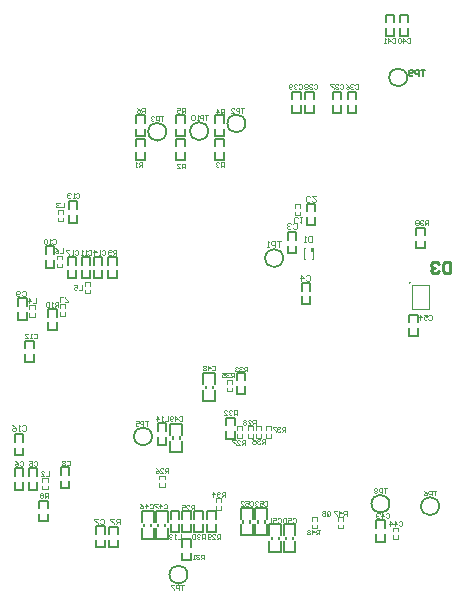
<source format=gbr>
%TF.GenerationSoftware,Altium Limited,Altium Designer,20.1.11 (218)*%
G04 Layer_Color=32896*
%FSLAX45Y45*%
%MOMM*%
%TF.SameCoordinates,A720D921-2E1A-4B1E-B03F-C1F3B01285F1*%
%TF.FilePolarity,Positive*%
%TF.FileFunction,Legend,Bot*%
%TF.Part,Single*%
G01*
G75*
%TA.AperFunction,NonConductor*%
%ADD53C,0.20000*%
%ADD66C,0.10000*%
%ADD82C,0.15000*%
%ADD83C,0.12500*%
%ADD84C,0.15240*%
%ADD85C,0.25400*%
%ADD86C,0.15400*%
%ADD87R,0.15001X0.10003*%
%ADD88R,0.15001X0.09997*%
%ADD89R,0.15001X0.35001*%
%ADD90R,0.12502X0.35001*%
D53*
X4613503Y2662998D02*
G03*
X4613503Y2662998I-5000J0D01*
G01*
X3499999Y490001D02*
Y510001D01*
X3439999Y490001D02*
Y510001D01*
X3199998Y630001D02*
Y650001D01*
X3259998Y630001D02*
Y650001D01*
X2360001Y599998D02*
Y619998D01*
X2420001Y599998D02*
Y619998D01*
X3560000Y490002D02*
Y510002D01*
X3620000Y490002D02*
Y510002D01*
X3380002Y629998D02*
Y649998D01*
X3320002Y629998D02*
Y649998D01*
X2879999Y1770002D02*
Y1790001D01*
X2939999Y1770002D02*
Y1790001D01*
X2540000Y600000D02*
Y620000D01*
X2480000Y600000D02*
Y620000D01*
X2659998Y1339999D02*
Y1359999D01*
X2599998Y1339999D02*
Y1359999D01*
D66*
X3852500Y567501D02*
G03*
X3852500Y567501I-5000J0D01*
G01*
X3710002Y2972999D02*
G03*
X3710002Y2972999I-5000J0D01*
G01*
X3715004Y2863000D02*
X3720002D01*
X3780002D02*
X3785001D01*
X3715004Y2952997D02*
X3720002D01*
X3780002D02*
X3785001D01*
Y2863000D02*
Y2952997D01*
X3715004Y2863000D02*
Y2952997D01*
X2003326Y2933329D02*
X2009990Y2939994D01*
X2023319D01*
X2029984Y2933329D01*
Y2906671D01*
X2023319Y2900007D01*
X2009990D01*
X2003326Y2906671D01*
X1989997Y2900007D02*
X1976668D01*
X1983332D01*
Y2939994D01*
X1989997Y2933329D01*
X1936681Y2900007D02*
Y2939994D01*
X1956674Y2920000D01*
X1930016D01*
X4406658Y703329D02*
X4413322Y709993D01*
X4426651D01*
X4433316Y703329D01*
Y676671D01*
X4426651Y670007D01*
X4413322D01*
X4406658Y676671D01*
X4373335Y670007D02*
Y709993D01*
X4393329Y690000D01*
X4366671D01*
X4353342Y703329D02*
X4346677Y709993D01*
X4333348D01*
X4326684Y703329D01*
Y696665D01*
X4333348Y690000D01*
X4340013D01*
X4333348D01*
X4326684Y683335D01*
Y676671D01*
X4333348Y670007D01*
X4346677D01*
X4353342Y676671D01*
X4586658Y4723329D02*
X4593322Y4729993D01*
X4606651D01*
X4613316Y4723329D01*
Y4696671D01*
X4606651Y4690006D01*
X4593322D01*
X4586658Y4696671D01*
X4553335Y4690006D02*
Y4729993D01*
X4573329Y4710000D01*
X4546671D01*
X4533342Y4723329D02*
X4526678Y4729993D01*
X4513348D01*
X4506684Y4723329D01*
Y4696671D01*
X4513348Y4690006D01*
X4526678D01*
X4533342Y4696671D01*
Y4723329D01*
X4459993Y4723329D02*
X4466658Y4729994D01*
X4479987D01*
X4486651Y4723329D01*
Y4696671D01*
X4479987Y4690007D01*
X4466658D01*
X4459993Y4696671D01*
X4426671Y4690007D02*
Y4729994D01*
X4446664Y4710000D01*
X4420006D01*
X4406677Y4690007D02*
X4393349D01*
X4400013D01*
Y4729994D01*
X4406677Y4723329D01*
X1553331Y1068501D02*
Y1028514D01*
X1526673D01*
X1486686D02*
X1513344D01*
X1486686Y1055172D01*
Y1061837D01*
X1493350Y1068501D01*
X1506679D01*
X1513344Y1061837D01*
X1583327Y3023329D02*
X1589992Y3029993D01*
X1603321D01*
X1609985Y3023329D01*
Y2996671D01*
X1603321Y2990006D01*
X1589992D01*
X1583327Y2996671D01*
X1569998Y2990006D02*
X1556669D01*
X1563334D01*
Y3029993D01*
X1569998Y3023329D01*
X1536676D02*
X1530011Y3029993D01*
X1516682D01*
X1510018Y3023329D01*
Y2996671D01*
X1516682Y2990006D01*
X1530011D01*
X1536676Y2996671D01*
Y3023329D01*
X2899977Y4079994D02*
X2873319D01*
X2886648D01*
Y4040007D01*
X2859990D02*
Y4079994D01*
X2839997D01*
X2833332Y4073329D01*
Y4060000D01*
X2839997Y4053336D01*
X2859990D01*
X2820003Y4040007D02*
X2806674D01*
X2813339D01*
Y4079994D01*
X2820003Y4073329D01*
X2786681D02*
X2780016Y4079994D01*
X2766687D01*
X2760023Y4073329D01*
Y4046671D01*
X2766687Y4040007D01*
X2780016D01*
X2786681Y4046671D01*
Y4073329D01*
X4413315Y919994D02*
X4386657D01*
X4399986D01*
Y880007D01*
X4373328D02*
Y919994D01*
X4353334D01*
X4346670Y913330D01*
Y900001D01*
X4353334Y893336D01*
X4373328D01*
X4333341Y913330D02*
X4326677Y919994D01*
X4313347D01*
X4306683Y913330D01*
Y906665D01*
X4313347Y900001D01*
X4306683Y893336D01*
Y886672D01*
X4313347Y880007D01*
X4326677D01*
X4333341Y886672D01*
Y893336D01*
X4326677Y900001D01*
X4333341Y906665D01*
Y913330D01*
X4326677Y900001D02*
X4313347D01*
X2693316Y99993D02*
X2666658D01*
X2679987D01*
Y60006D01*
X2653329D02*
Y99993D01*
X2633335D01*
X2626671Y93329D01*
Y80000D01*
X2633335Y73335D01*
X2653329D01*
X2613342Y99993D02*
X2586684D01*
Y93329D01*
X2613342Y66671D01*
Y60006D01*
X4833316Y899994D02*
X4806658D01*
X4819987D01*
Y860007D01*
X4793329D02*
Y899994D01*
X4773335D01*
X4766671Y893329D01*
Y880000D01*
X4773335Y873336D01*
X4793329D01*
X4726684Y899994D02*
X4740013Y893329D01*
X4753342Y880000D01*
Y866671D01*
X4746678Y860007D01*
X4733348D01*
X4726684Y866671D01*
Y873336D01*
X4733348Y880000D01*
X4753342D01*
X2393316Y1489994D02*
X2366658D01*
X2379987D01*
Y1450007D01*
X2353329D02*
Y1489994D01*
X2333335D01*
X2326671Y1483329D01*
Y1470000D01*
X2333335Y1463336D01*
X2353329D01*
X2286684Y1489994D02*
X2313342D01*
Y1470000D01*
X2300013Y1476665D01*
X2293348D01*
X2286684Y1470000D01*
Y1456671D01*
X2293348Y1450007D01*
X2306678D01*
X2313342Y1456671D01*
X2523316Y4069994D02*
X2496658D01*
X2509987D01*
Y4030007D01*
X2483329D02*
Y4069994D01*
X2463335D01*
X2456671Y4063329D01*
Y4050000D01*
X2463335Y4043336D01*
X2483329D01*
X2443342Y4063329D02*
X2436677Y4069994D01*
X2423348D01*
X2416684Y4063329D01*
Y4056665D01*
X2423348Y4050000D01*
X2430013D01*
X2423348D01*
X2416684Y4043336D01*
Y4036671D01*
X2423348Y4030007D01*
X2436677D01*
X2443342Y4036671D01*
X3203316Y4139993D02*
X3176658D01*
X3189987D01*
Y4100007D01*
X3163329D02*
Y4139993D01*
X3143335D01*
X3136671Y4133329D01*
Y4120000D01*
X3143335Y4113335D01*
X3163329D01*
X3096684Y4100007D02*
X3123342D01*
X3096684Y4126665D01*
Y4133329D01*
X3103348Y4139993D01*
X3116678D01*
X3123342Y4133329D01*
X3518314Y3014992D02*
X3484992D01*
X3501653D01*
Y2965008D01*
X3468330D02*
Y3014992D01*
X3443339D01*
X3435008Y3006661D01*
Y2990000D01*
X3443339Y2981669D01*
X3468330D01*
X3418347Y2965008D02*
X3401686D01*
X3410016D01*
Y3014992D01*
X3418347Y3006661D01*
X3843316Y530007D02*
Y569994D01*
X3823322D01*
X3816658Y563329D01*
Y550000D01*
X3823322Y543335D01*
X3843316D01*
X3829987D02*
X3816658Y530007D01*
X3783335D02*
Y569994D01*
X3803329Y550000D01*
X3776671D01*
X3763342Y563329D02*
X3756678Y569994D01*
X3743348D01*
X3736684Y563329D01*
Y556665D01*
X3743348Y550000D01*
X3736684Y543335D01*
Y536671D01*
X3743348Y530007D01*
X3756678D01*
X3763342Y536671D01*
Y543335D01*
X3756678Y550000D01*
X3763342Y556665D01*
Y563329D01*
X3756678Y550000D02*
X3743348D01*
X4073316Y690007D02*
Y729994D01*
X4053322D01*
X4046658Y723329D01*
Y710000D01*
X4053322Y703336D01*
X4073316D01*
X4059987D02*
X4046658Y690007D01*
X4013335D02*
Y729994D01*
X4033329Y710000D01*
X4006671D01*
X3993342Y729994D02*
X3966684D01*
Y723329D01*
X3993342Y696671D01*
Y690007D01*
X4763316Y3150007D02*
Y3189994D01*
X4743322D01*
X4736658Y3183329D01*
Y3170000D01*
X4743322Y3163336D01*
X4763316D01*
X4749987D02*
X4736658Y3150007D01*
X4723329Y3183329D02*
X4716664Y3189994D01*
X4703335D01*
X4696671Y3183329D01*
Y3176665D01*
X4703335Y3170000D01*
X4710000D01*
X4703335D01*
X4696671Y3163336D01*
Y3156671D01*
X4703335Y3150007D01*
X4716664D01*
X4723329Y3156671D01*
X4683342Y3183329D02*
X4676677Y3189994D01*
X4663348D01*
X4656684Y3183329D01*
Y3176665D01*
X4663348Y3170000D01*
X4656684Y3163336D01*
Y3156671D01*
X4663348Y3150007D01*
X4676677D01*
X4683342Y3156671D01*
Y3163336D01*
X4676677Y3170000D01*
X4683342Y3176665D01*
Y3183329D01*
X4676677Y3170000D02*
X4663348D01*
X3553316Y1400007D02*
Y1439994D01*
X3533322D01*
X3526658Y1433329D01*
Y1420000D01*
X3533322Y1413336D01*
X3553316D01*
X3539987D02*
X3526658Y1400007D01*
X3513329Y1433329D02*
X3506665Y1439994D01*
X3493335D01*
X3486671Y1433329D01*
Y1426665D01*
X3493335Y1420000D01*
X3500000D01*
X3493335D01*
X3486671Y1413336D01*
Y1406671D01*
X3493335Y1400007D01*
X3506665D01*
X3513329Y1406671D01*
X3473342Y1439994D02*
X3446684D01*
Y1433329D01*
X3473342Y1406671D01*
Y1400007D01*
X3383316Y1300007D02*
Y1339994D01*
X3363322D01*
X3356658Y1333329D01*
Y1320000D01*
X3363322Y1313335D01*
X3383316D01*
X3369987D02*
X3356658Y1300007D01*
X3343329Y1333329D02*
X3336664Y1339994D01*
X3323335D01*
X3316671Y1333329D01*
Y1326665D01*
X3323335Y1320000D01*
X3330000D01*
X3323335D01*
X3316671Y1313335D01*
Y1306671D01*
X3323335Y1300007D01*
X3336664D01*
X3343329Y1306671D01*
X3276684Y1339994D02*
X3290013Y1333329D01*
X3303342Y1320000D01*
Y1306671D01*
X3296677Y1300007D01*
X3283348D01*
X3276684Y1306671D01*
Y1313335D01*
X3283348Y1320000D01*
X3303342D01*
X3123316Y1860007D02*
Y1899994D01*
X3103322D01*
X3096658Y1893329D01*
Y1880000D01*
X3103322Y1873336D01*
X3123316D01*
X3109987D02*
X3096658Y1860007D01*
X3083329Y1893329D02*
X3076664Y1899994D01*
X3063335D01*
X3056671Y1893329D01*
Y1886665D01*
X3063335Y1880000D01*
X3070000D01*
X3063335D01*
X3056671Y1873336D01*
Y1866671D01*
X3063335Y1860007D01*
X3076664D01*
X3083329Y1866671D01*
X3016684Y1899994D02*
X3043342D01*
Y1880000D01*
X3030013Y1886665D01*
X3023348D01*
X3016684Y1880000D01*
Y1866671D01*
X3023348Y1860007D01*
X3036677D01*
X3043342Y1866671D01*
X3043316Y850007D02*
Y889994D01*
X3023322D01*
X3016658Y883329D01*
Y870000D01*
X3023322Y863336D01*
X3043316D01*
X3029987D02*
X3016658Y850007D01*
X3003329Y883329D02*
X2996665Y889994D01*
X2983335D01*
X2976671Y883329D01*
Y876665D01*
X2983335Y870000D01*
X2990000D01*
X2983335D01*
X2976671Y863336D01*
Y856671D01*
X2983335Y850007D01*
X2996665D01*
X3003329Y856671D01*
X2943348Y850007D02*
Y889994D01*
X2963342Y870000D01*
X2936684D01*
X3233316Y1910007D02*
Y1949994D01*
X3213322D01*
X3206658Y1943329D01*
Y1930000D01*
X3213322Y1923335D01*
X3233316D01*
X3219987D02*
X3206658Y1910007D01*
X3193329Y1943329D02*
X3186664Y1949994D01*
X3173335D01*
X3166671Y1943329D01*
Y1936665D01*
X3173335Y1930000D01*
X3180000D01*
X3173335D01*
X3166671Y1923335D01*
Y1916671D01*
X3173335Y1910007D01*
X3186664D01*
X3193329Y1916671D01*
X3153342Y1943329D02*
X3146677Y1949994D01*
X3133348D01*
X3126684Y1943329D01*
Y1936665D01*
X3133348Y1930000D01*
X3140013D01*
X3133348D01*
X3126684Y1923335D01*
Y1916671D01*
X3133348Y1910007D01*
X3146677D01*
X3153342Y1916671D01*
X3143316Y1540007D02*
Y1579994D01*
X3123322D01*
X3116658Y1573329D01*
Y1560000D01*
X3123322Y1553335D01*
X3143316D01*
X3129987D02*
X3116658Y1540007D01*
X3103329Y1573329D02*
X3096664Y1579994D01*
X3083335D01*
X3076671Y1573329D01*
Y1566665D01*
X3083335Y1560000D01*
X3090000D01*
X3083335D01*
X3076671Y1553335D01*
Y1546671D01*
X3083335Y1540007D01*
X3096664D01*
X3103329Y1546671D01*
X3036684Y1540007D02*
X3063342D01*
X3036684Y1566665D01*
Y1573329D01*
X3043348Y1579994D01*
X3056677D01*
X3063342Y1573329D01*
X2866651Y320007D02*
Y359994D01*
X2846658D01*
X2839993Y353329D01*
Y340000D01*
X2846658Y333336D01*
X2866651D01*
X2853322D02*
X2839993Y320007D01*
X2826664Y353329D02*
X2820000Y359994D01*
X2806671D01*
X2800006Y353329D01*
Y346665D01*
X2806671Y340000D01*
X2813335D01*
X2806671D01*
X2800006Y333336D01*
Y326671D01*
X2806671Y320007D01*
X2820000D01*
X2826664Y326671D01*
X2786677Y320007D02*
X2773349D01*
X2780013D01*
Y359994D01*
X2786677Y353329D01*
X2873316Y490007D02*
Y529994D01*
X2853322D01*
X2846658Y523329D01*
Y510000D01*
X2853322Y503336D01*
X2873316D01*
X2859987D02*
X2846658Y490007D01*
X2833329Y523329D02*
X2826664Y529994D01*
X2813335D01*
X2806671Y523329D01*
Y516665D01*
X2813335Y510000D01*
X2820000D01*
X2813335D01*
X2806671Y503336D01*
Y496671D01*
X2813335Y490007D01*
X2826664D01*
X2833329Y496671D01*
X2793342Y523329D02*
X2786677Y529994D01*
X2773348D01*
X2766684Y523329D01*
Y496671D01*
X2773348Y490007D01*
X2786677D01*
X2793342Y496671D01*
Y523329D01*
X3003316Y490007D02*
Y529994D01*
X2983322D01*
X2976658Y523329D01*
Y510000D01*
X2983322Y503336D01*
X3003316D01*
X2989987D02*
X2976658Y490007D01*
X2936671D02*
X2963329D01*
X2936671Y516665D01*
Y523329D01*
X2943335Y529994D01*
X2956664D01*
X2963329Y523329D01*
X2923342Y496671D02*
X2916677Y490007D01*
X2903348D01*
X2896684Y496671D01*
Y523329D01*
X2903348Y529994D01*
X2916677D01*
X2923342Y523329D01*
Y516665D01*
X2916677Y510000D01*
X2896684D01*
X3303316Y1460007D02*
Y1499994D01*
X3283322D01*
X3276658Y1493329D01*
Y1480000D01*
X3283322Y1473336D01*
X3303316D01*
X3289987D02*
X3276658Y1460007D01*
X3236671D02*
X3263329D01*
X3236671Y1486665D01*
Y1493329D01*
X3243335Y1499994D01*
X3256665D01*
X3263329Y1493329D01*
X3223342D02*
X3216678Y1499994D01*
X3203348D01*
X3196684Y1493329D01*
Y1486665D01*
X3203348Y1480000D01*
X3196684Y1473336D01*
Y1466671D01*
X3203348Y1460007D01*
X3216678D01*
X3223342Y1466671D01*
Y1473336D01*
X3216678Y1480000D01*
X3223342Y1486665D01*
Y1493329D01*
X3216678Y1480000D02*
X3203348D01*
X3213316Y1290007D02*
Y1329994D01*
X3193322D01*
X3186658Y1323329D01*
Y1310000D01*
X3193322Y1303335D01*
X3213316D01*
X3199987D02*
X3186658Y1290007D01*
X3146671D02*
X3173329D01*
X3146671Y1316665D01*
Y1323329D01*
X3153335Y1329994D01*
X3166664D01*
X3173329Y1323329D01*
X3133342Y1329994D02*
X3106684D01*
Y1323329D01*
X3133342Y1296671D01*
Y1290007D01*
X2563316Y1050007D02*
Y1089994D01*
X2543322D01*
X2536658Y1083329D01*
Y1070000D01*
X2543322Y1063335D01*
X2563316D01*
X2549987D02*
X2536658Y1050007D01*
X2496671D02*
X2523329D01*
X2496671Y1076665D01*
Y1083329D01*
X2503335Y1089994D01*
X2516665D01*
X2523329Y1083329D01*
X2456684Y1089994D02*
X2470013Y1083329D01*
X2483342Y1070000D01*
Y1056671D01*
X2476678Y1050007D01*
X2463348D01*
X2456684Y1056671D01*
Y1063335D01*
X2463348Y1070000D01*
X2483342D01*
X2783316Y740007D02*
Y779994D01*
X2763322D01*
X2756658Y773329D01*
Y760000D01*
X2763322Y753336D01*
X2783316D01*
X2769987D02*
X2756658Y740007D01*
X2716671D02*
X2743329D01*
X2716671Y766665D01*
Y773329D01*
X2723335Y779994D01*
X2736664D01*
X2743329Y773329D01*
X2676684Y779994D02*
X2703342D01*
Y760000D01*
X2690013Y766665D01*
X2683348D01*
X2676684Y760000D01*
Y746671D01*
X2683348Y740007D01*
X2696677D01*
X2703342Y746671D01*
X1629984Y2460007D02*
Y2499994D01*
X1609990D01*
X1603325Y2493329D01*
Y2480000D01*
X1609990Y2473336D01*
X1629984D01*
X1616655D02*
X1603325Y2460007D01*
X1589997D02*
X1576668D01*
X1583332D01*
Y2499994D01*
X1589997Y2493329D01*
X1556674D02*
X1550010Y2499994D01*
X1536680D01*
X1530016Y2493329D01*
Y2466671D01*
X1536680Y2460007D01*
X1550010D01*
X1556674Y2466671D01*
Y2493329D01*
X2123325Y2900007D02*
Y2939994D01*
X2103331D01*
X2096667Y2933330D01*
Y2920001D01*
X2103331Y2913336D01*
X2123325D01*
X2109996D02*
X2096667Y2900007D01*
X2083338Y2906672D02*
X2076673Y2900007D01*
X2063344D01*
X2056680Y2906672D01*
Y2933330D01*
X2063344Y2939994D01*
X2076673D01*
X2083338Y2933330D01*
Y2926665D01*
X2076673Y2920001D01*
X2056680D01*
X1543323Y840007D02*
Y879994D01*
X1523329D01*
X1516664Y873329D01*
Y860000D01*
X1523329Y853336D01*
X1543323D01*
X1529994D02*
X1516664Y840007D01*
X1503336Y873329D02*
X1496671Y879994D01*
X1483342D01*
X1476678Y873329D01*
Y866665D01*
X1483342Y860000D01*
X1476678Y853336D01*
Y846671D01*
X1483342Y840007D01*
X1496671D01*
X1503336Y846671D01*
Y853336D01*
X1496671Y860000D01*
X1503336Y866665D01*
Y873329D01*
X1496671Y860000D02*
X1483342D01*
X2151653Y615008D02*
Y664992D01*
X2126661D01*
X2118331Y656661D01*
Y640000D01*
X2126661Y631669D01*
X2151653D01*
X2134992D02*
X2118331Y615008D01*
X2101669Y664992D02*
X2068347D01*
Y656661D01*
X2101669Y623339D01*
Y615008D01*
X2363322Y4100007D02*
Y4139993D01*
X2343329D01*
X2336664Y4133329D01*
Y4120000D01*
X2343329Y4113335D01*
X2363322D01*
X2349994D02*
X2336664Y4100007D01*
X2296677Y4139993D02*
X2310007Y4133329D01*
X2323335Y4120000D01*
Y4106671D01*
X2316671Y4100007D01*
X2303342D01*
X2296677Y4106671D01*
Y4113335D01*
X2303342Y4120000D01*
X2323335D01*
X2703323Y4100007D02*
Y4139993D01*
X2683329D01*
X2676664Y4133329D01*
Y4120000D01*
X2683329Y4113335D01*
X2703323D01*
X2689994D02*
X2676664Y4100007D01*
X2636677Y4139993D02*
X2663336D01*
Y4120000D01*
X2650007Y4126665D01*
X2643342D01*
X2636677Y4120000D01*
Y4106671D01*
X2643342Y4100007D01*
X2656671D01*
X2663336Y4106671D01*
X3033323Y4090007D02*
Y4129994D01*
X3013329D01*
X3006665Y4123329D01*
Y4110000D01*
X3013329Y4103335D01*
X3033323D01*
X3019994D02*
X3006665Y4090007D01*
X2973342D02*
Y4129994D01*
X2993336Y4110000D01*
X2966678D01*
X3033323Y3640007D02*
Y3679994D01*
X3013329D01*
X3006665Y3673329D01*
Y3660000D01*
X3013329Y3653336D01*
X3033323D01*
X3019994D02*
X3006665Y3640007D01*
X2993336Y3673329D02*
X2986671Y3679994D01*
X2973342D01*
X2966678Y3673329D01*
Y3666665D01*
X2973342Y3660000D01*
X2980007D01*
X2973342D01*
X2966678Y3653336D01*
Y3646671D01*
X2973342Y3640007D01*
X2986671D01*
X2993336Y3646671D01*
X2703323Y3630007D02*
Y3669994D01*
X2683329D01*
X2676664Y3663329D01*
Y3650000D01*
X2683329Y3643336D01*
X2703323D01*
X2689994D02*
X2676664Y3630007D01*
X2636677D02*
X2663336D01*
X2636677Y3656665D01*
Y3663329D01*
X2643342Y3669994D01*
X2656671D01*
X2663336Y3663329D01*
X2341258Y3644607D02*
Y3684594D01*
X2321264D01*
X2314600Y3677929D01*
Y3664600D01*
X2321264Y3657936D01*
X2341258D01*
X2327929D02*
X2314600Y3644607D01*
X2301271D02*
X2287942D01*
X2294607D01*
Y3684594D01*
X2301271Y3677929D01*
X3906665Y696671D02*
Y723329D01*
X3913329Y729994D01*
X3926658D01*
X3933323Y723329D01*
Y696671D01*
X3926658Y690007D01*
X3913329D01*
X3919994Y703336D02*
X3906665Y690007D01*
X3913329D02*
X3906665Y696671D01*
X3893336Y723329D02*
X3886671Y729994D01*
X3873342D01*
X3866678Y723329D01*
Y716665D01*
X3873342Y710000D01*
X3866678Y703336D01*
Y696671D01*
X3873342Y690007D01*
X3886671D01*
X3893336Y696671D01*
Y703336D01*
X3886671Y710000D01*
X3893336Y716665D01*
Y723329D01*
X3886671Y710000D02*
X3873342D01*
X2559984Y1529994D02*
Y1490007D01*
X2533326D01*
X2519997D02*
X2506668D01*
X2513332D01*
Y1529994D01*
X2519997Y1523329D01*
X2466681Y1490007D02*
Y1529994D01*
X2486674Y1510000D01*
X2460016D01*
X2669984Y529994D02*
Y490007D01*
X2643326D01*
X2629997D02*
X2616668D01*
X2623332D01*
Y529994D01*
X2629997Y523329D01*
X2596674D02*
X2590010Y529994D01*
X2576681D01*
X2570016Y523329D01*
Y516665D01*
X2576681Y510000D01*
X2583345D01*
X2576681D01*
X2570016Y503336D01*
Y496671D01*
X2576681Y490007D01*
X2590010D01*
X2596674Y496671D01*
X1646677Y2500006D02*
Y2539993D01*
X1673335D01*
X1686664Y2500006D02*
X1713322D01*
Y2506671D01*
X1686664Y2533329D01*
Y2539993D01*
X1673317Y2951489D02*
Y2911502D01*
X1646659D01*
X1606672Y2951489D02*
X1620001Y2944824D01*
X1633330Y2931495D01*
Y2918166D01*
X1626665Y2911502D01*
X1613336D01*
X1606672Y2918166D01*
Y2924831D01*
X1613336Y2931495D01*
X1633330D01*
X1833322Y2639994D02*
Y2600007D01*
X1806664D01*
X1766677Y2639994D02*
X1793336D01*
Y2620000D01*
X1780007Y2626665D01*
X1773342D01*
X1766677Y2620000D01*
Y2606671D01*
X1773342Y2600007D01*
X1786671D01*
X1793336Y2606671D01*
X1443322Y2529994D02*
Y2490007D01*
X1416664D01*
X1383342D02*
Y2529994D01*
X1403336Y2510000D01*
X1376677D01*
X1683323Y3339994D02*
Y3300007D01*
X1656664D01*
X1643336Y3333329D02*
X1636671Y3339994D01*
X1623342D01*
X1616677Y3333329D01*
Y3326665D01*
X1623342Y3320000D01*
X1630007D01*
X1623342D01*
X1616677Y3313336D01*
Y3306671D01*
X1623342Y3300007D01*
X1636671D01*
X1643336Y3306671D01*
X3783324Y3052991D02*
Y3003007D01*
X3758332D01*
X3750002Y3011338D01*
Y3044660D01*
X3758332Y3052991D01*
X3783324D01*
X3733341Y3003007D02*
X3716679D01*
X3725010D01*
Y3052991D01*
X3733341Y3044660D01*
X4766658Y2383329D02*
X4773322Y2389993D01*
X4786652D01*
X4793316Y2383329D01*
Y2356671D01*
X4786652Y2350006D01*
X4773322D01*
X4766658Y2356671D01*
X4726671Y2389993D02*
X4753329D01*
Y2370000D01*
X4740000Y2376665D01*
X4733335D01*
X4726671Y2370000D01*
Y2356671D01*
X4733335Y2350006D01*
X4746665D01*
X4753329Y2356671D01*
X4693348Y2350006D02*
Y2389993D01*
X4713342Y2370000D01*
X4686684D01*
X3376658Y803329D02*
X3383322Y809994D01*
X3396651D01*
X3403316Y803329D01*
Y776671D01*
X3396651Y770007D01*
X3383322D01*
X3376658Y776671D01*
X3336671Y809994D02*
X3363329D01*
Y790000D01*
X3350000Y796665D01*
X3343335D01*
X3336671Y790000D01*
Y776671D01*
X3343335Y770007D01*
X3356664D01*
X3363329Y776671D01*
X3323342Y803329D02*
X3316677Y809994D01*
X3303348D01*
X3296684Y803329D01*
Y796665D01*
X3303348Y790000D01*
X3310013D01*
X3303348D01*
X3296684Y783335D01*
Y776671D01*
X3303348Y770007D01*
X3316677D01*
X3323342Y776671D01*
X3256658Y803329D02*
X3263322Y809994D01*
X3276651D01*
X3283316Y803329D01*
Y776671D01*
X3276651Y770007D01*
X3263322D01*
X3256658Y776671D01*
X3216671Y809994D02*
X3243329D01*
Y790000D01*
X3230000Y796665D01*
X3223335D01*
X3216671Y790000D01*
Y776671D01*
X3223335Y770007D01*
X3236664D01*
X3243329Y776671D01*
X3176684Y770007D02*
X3203342D01*
X3176684Y796665D01*
Y803329D01*
X3183348Y809994D01*
X3196677D01*
X3203342Y803329D01*
X3489993Y663329D02*
X3496658Y669994D01*
X3509987D01*
X3516651Y663329D01*
Y636671D01*
X3509987Y630007D01*
X3496658D01*
X3489993Y636671D01*
X3450006Y669994D02*
X3476664D01*
Y650000D01*
X3463335Y656665D01*
X3456671D01*
X3450006Y650000D01*
Y636671D01*
X3456671Y630007D01*
X3470000D01*
X3476664Y636671D01*
X3436677Y630007D02*
X3423348D01*
X3430013D01*
Y669994D01*
X3436677Y663329D01*
X3616658D02*
X3623322Y669994D01*
X3636651D01*
X3643316Y663329D01*
Y636671D01*
X3636651Y630007D01*
X3623322D01*
X3616658Y636671D01*
X3576671Y669994D02*
X3603329D01*
Y650000D01*
X3590000Y656665D01*
X3583335D01*
X3576671Y650000D01*
Y636671D01*
X3583335Y630007D01*
X3596664D01*
X3603329Y636671D01*
X3563342Y663329D02*
X3556677Y669994D01*
X3543348D01*
X3536684Y663329D01*
Y636671D01*
X3543348Y630007D01*
X3556677D01*
X3563342Y636671D01*
Y663329D01*
X2656658Y1523329D02*
X2663322Y1529994D01*
X2676651D01*
X2683316Y1523329D01*
Y1496671D01*
X2676651Y1490007D01*
X2663322D01*
X2656658Y1496671D01*
X2623335Y1490007D02*
Y1529994D01*
X2643329Y1510000D01*
X2616671D01*
X2603342Y1496671D02*
X2596678Y1490007D01*
X2583348D01*
X2576684Y1496671D01*
Y1523329D01*
X2583348Y1529994D01*
X2596678D01*
X2603342Y1523329D01*
Y1516665D01*
X2596678Y1510000D01*
X2576684D01*
X2936658Y1953329D02*
X2943322Y1959994D01*
X2956651D01*
X2963316Y1953329D01*
Y1926671D01*
X2956651Y1920007D01*
X2943322D01*
X2936658Y1926671D01*
X2903335Y1920007D02*
Y1959994D01*
X2923329Y1940000D01*
X2896671D01*
X2883342Y1953329D02*
X2876678Y1959994D01*
X2863348D01*
X2856684Y1953329D01*
Y1946665D01*
X2863348Y1940000D01*
X2856684Y1933335D01*
Y1926671D01*
X2863348Y1920007D01*
X2876678D01*
X2883342Y1926671D01*
Y1933335D01*
X2876678Y1940000D01*
X2883342Y1946665D01*
Y1953329D01*
X2876678Y1940000D02*
X2863348D01*
X2526658Y783329D02*
X2533322Y789994D01*
X2546651D01*
X2553316Y783329D01*
Y756671D01*
X2546651Y750007D01*
X2533322D01*
X2526658Y756671D01*
X2493335Y750007D02*
Y789994D01*
X2513329Y770000D01*
X2486671D01*
X2473342Y789994D02*
X2446684D01*
Y783329D01*
X2473342Y756671D01*
Y750007D01*
X2406658Y783329D02*
X2413322Y789994D01*
X2426651D01*
X2433316Y783329D01*
Y756671D01*
X2426651Y750007D01*
X2413322D01*
X2406658Y756671D01*
X2373335Y750007D02*
Y789994D01*
X2393329Y770000D01*
X2366671D01*
X2326684Y789994D02*
X2340013Y783329D01*
X2353342Y770000D01*
Y756671D01*
X2346678Y750007D01*
X2333348D01*
X2326684Y756671D01*
Y763336D01*
X2333348Y770000D01*
X2353342D01*
X4516658Y633329D02*
X4523322Y639994D01*
X4536651D01*
X4543316Y633329D01*
Y606671D01*
X4536651Y600007D01*
X4523322D01*
X4516658Y606671D01*
X4483335Y600007D02*
Y639994D01*
X4503329Y620000D01*
X4476671D01*
X4443348Y600007D02*
Y639994D01*
X4463342Y620000D01*
X4436684D01*
X3666658Y4333329D02*
X3673322Y4339994D01*
X3686652D01*
X3693316Y4333329D01*
Y4306671D01*
X3686652Y4300007D01*
X3673322D01*
X3666658Y4306671D01*
X3653329Y4333329D02*
X3646665Y4339994D01*
X3633335D01*
X3626671Y4333329D01*
Y4326665D01*
X3633335Y4320000D01*
X3640000D01*
X3633335D01*
X3626671Y4313336D01*
Y4306671D01*
X3633335Y4300007D01*
X3646665D01*
X3653329Y4306671D01*
X3613342D02*
X3606678Y4300007D01*
X3593348D01*
X3586684Y4306671D01*
Y4333329D01*
X3593348Y4339994D01*
X3606678D01*
X3613342Y4333329D01*
Y4326665D01*
X3606678Y4320000D01*
X3586684D01*
X3796658Y4333329D02*
X3803322Y4339994D01*
X3816651D01*
X3823316Y4333329D01*
Y4306671D01*
X3816651Y4300007D01*
X3803322D01*
X3796658Y4306671D01*
X3783329Y4333329D02*
X3776665Y4339994D01*
X3763335D01*
X3756671Y4333329D01*
Y4326665D01*
X3763335Y4320000D01*
X3770000D01*
X3763335D01*
X3756671Y4313336D01*
Y4306671D01*
X3763335Y4300007D01*
X3776665D01*
X3783329Y4306671D01*
X3743342Y4333329D02*
X3736678Y4339994D01*
X3723348D01*
X3716684Y4333329D01*
Y4326665D01*
X3723348Y4320000D01*
X3716684Y4313336D01*
Y4306671D01*
X3723348Y4300007D01*
X3736678D01*
X3743342Y4306671D01*
Y4313336D01*
X3736678Y4320000D01*
X3743342Y4326665D01*
Y4333329D01*
X3736678Y4320000D02*
X3723348D01*
X4016656Y4333330D02*
X4023320Y4339994D01*
X4036649D01*
X4043314Y4333330D01*
Y4306672D01*
X4036649Y4300007D01*
X4023320D01*
X4016656Y4306672D01*
X4003327Y4333330D02*
X3996662Y4339994D01*
X3983333D01*
X3976669Y4333330D01*
Y4326665D01*
X3983333Y4320001D01*
X3989998D01*
X3983333D01*
X3976669Y4313336D01*
Y4306672D01*
X3983333Y4300007D01*
X3996662D01*
X4003327Y4306672D01*
X3963340Y4339994D02*
X3936682D01*
Y4333330D01*
X3963340Y4306672D01*
Y4300007D01*
X4146658Y4333329D02*
X4153322Y4339994D01*
X4166652D01*
X4173316Y4333329D01*
Y4306671D01*
X4166652Y4300007D01*
X4153322D01*
X4146658Y4306671D01*
X4133329Y4333329D02*
X4126665Y4339994D01*
X4113335D01*
X4106671Y4333329D01*
Y4326665D01*
X4113335Y4320000D01*
X4120000D01*
X4113335D01*
X4106671Y4313336D01*
Y4306671D01*
X4113335Y4300007D01*
X4126665D01*
X4133329Y4306671D01*
X4066684Y4339994D02*
X4080013Y4333329D01*
X4093342Y4320000D01*
Y4306671D01*
X4086678Y4300007D01*
X4073348D01*
X4066684Y4306671D01*
Y4313336D01*
X4073348Y4320000D01*
X4093342D01*
X1773326Y2933329D02*
X1779990Y2939994D01*
X1793319D01*
X1799984Y2933329D01*
Y2906671D01*
X1793319Y2900007D01*
X1779990D01*
X1773326Y2906671D01*
X1759997Y2900007D02*
X1746668D01*
X1753332D01*
Y2939994D01*
X1759997Y2933329D01*
X1726674Y2939994D02*
X1700016D01*
Y2933329D01*
X1726674Y2906671D01*
Y2900007D01*
X1329157Y1446664D02*
X1337487Y1454994D01*
X1354148D01*
X1362479Y1446664D01*
Y1413341D01*
X1354148Y1405010D01*
X1337487D01*
X1329157Y1413341D01*
X1312495Y1405010D02*
X1295834D01*
X1304165D01*
Y1454994D01*
X1312495Y1446664D01*
X1237520Y1454994D02*
X1254181Y1446664D01*
X1270842Y1430002D01*
Y1413341D01*
X1262512Y1405010D01*
X1245850D01*
X1237520Y1413341D01*
Y1421672D01*
X1245850Y1430002D01*
X1270842D01*
X1783326Y3413329D02*
X1789990Y3419994D01*
X1803319D01*
X1809984Y3413329D01*
Y3386671D01*
X1803319Y3380007D01*
X1789990D01*
X1783326Y3386671D01*
X1769997Y3380007D02*
X1756668D01*
X1763332D01*
Y3419994D01*
X1769997Y3413329D01*
X1736674D02*
X1730010Y3419994D01*
X1716681D01*
X1710016Y3413329D01*
Y3406665D01*
X1716681Y3400000D01*
X1723345D01*
X1716681D01*
X1710016Y3393336D01*
Y3386671D01*
X1716681Y3380007D01*
X1730010D01*
X1736674Y3386671D01*
X1423326Y2223329D02*
X1429990Y2229994D01*
X1443319D01*
X1449984Y2223329D01*
Y2196671D01*
X1443319Y2190007D01*
X1429990D01*
X1423326Y2196671D01*
X1409997Y2190007D02*
X1396668D01*
X1403332D01*
Y2229994D01*
X1409997Y2223329D01*
X1350016Y2190007D02*
X1376674D01*
X1350016Y2216665D01*
Y2223329D01*
X1356681Y2229994D01*
X1370010D01*
X1376674Y2223329D01*
X1886661Y2933329D02*
X1893326Y2939994D01*
X1906655D01*
X1913319Y2933329D01*
Y2906671D01*
X1906655Y2900007D01*
X1893326D01*
X1886661Y2906671D01*
X1873332Y2900007D02*
X1860003D01*
X1866668D01*
Y2939994D01*
X1873332Y2933329D01*
X1840010Y2900007D02*
X1826681D01*
X1833345D01*
Y2939994D01*
X1840010Y2933329D01*
X1328330Y2586661D02*
X1336661Y2594992D01*
X1353322D01*
X1361653Y2586661D01*
Y2553339D01*
X1353322Y2545008D01*
X1336661D01*
X1328330Y2553339D01*
X1311669D02*
X1303339Y2545008D01*
X1286677D01*
X1278347Y2553339D01*
Y2586661D01*
X1286677Y2594992D01*
X1303339D01*
X1311669Y2586661D01*
Y2578331D01*
X1303339Y2570000D01*
X1278347D01*
X1704166Y1148329D02*
X1710831Y1154993D01*
X1724160D01*
X1730824Y1148329D01*
Y1121671D01*
X1724160Y1115006D01*
X1710831D01*
X1704166Y1121671D01*
X1690837Y1148329D02*
X1684173Y1154993D01*
X1670844D01*
X1664179Y1148329D01*
Y1141664D01*
X1670844Y1135000D01*
X1664179Y1128335D01*
Y1121671D01*
X1670844Y1115006D01*
X1684173D01*
X1690837Y1121671D01*
Y1128335D01*
X1684173Y1135000D01*
X1690837Y1141664D01*
Y1148329D01*
X1684173Y1135000D02*
X1670844D01*
X1988331Y656661D02*
X1996661Y664992D01*
X2013322D01*
X2021653Y656661D01*
Y623339D01*
X2013322Y615008D01*
X1996661D01*
X1988331Y623339D01*
X1971669Y664992D02*
X1938347D01*
Y656661D01*
X1971669Y623339D01*
Y615008D01*
X1306664Y1143329D02*
X1313329Y1149994D01*
X1326658D01*
X1333322Y1143329D01*
Y1116671D01*
X1326658Y1110007D01*
X1313329D01*
X1306664Y1116671D01*
X1266677Y1149994D02*
X1280007Y1143329D01*
X1293335Y1130000D01*
Y1116671D01*
X1286671Y1110007D01*
X1273342D01*
X1266677Y1116671D01*
Y1123336D01*
X1273342Y1130000D01*
X1293335D01*
X1426664Y1143329D02*
X1433329Y1149994D01*
X1446658D01*
X1453322Y1143329D01*
Y1116671D01*
X1446658Y1110007D01*
X1433329D01*
X1426664Y1116671D01*
X1386677Y1149994D02*
X1413336D01*
Y1130000D01*
X1400007Y1136665D01*
X1393342D01*
X1386677Y1130000D01*
Y1116671D01*
X1393342Y1110007D01*
X1406671D01*
X1413336Y1116671D01*
X3728329Y2716662D02*
X3736659Y2724993D01*
X3753320D01*
X3761651Y2716662D01*
Y2683340D01*
X3753320Y2675009D01*
X3736659D01*
X3728329Y2683340D01*
X3686676Y2675009D02*
Y2724993D01*
X3711667Y2700001D01*
X3678345D01*
X3618332Y3156661D02*
X3626663Y3164992D01*
X3643324D01*
X3651655Y3156661D01*
Y3123339D01*
X3643324Y3115008D01*
X3626663D01*
X3618332Y3123339D01*
X3601671Y3156661D02*
X3593341Y3164992D01*
X3576679D01*
X3568349Y3156661D01*
Y3148331D01*
X3576679Y3140000D01*
X3585010D01*
X3576679D01*
X3568349Y3131669D01*
Y3123339D01*
X3576679Y3115008D01*
X3593341D01*
X3601671Y3123339D01*
X3761670Y3353339D02*
X3753339Y3345008D01*
X3736678D01*
X3728347Y3353339D01*
Y3386661D01*
X3736678Y3394992D01*
X3753339D01*
X3761670Y3386661D01*
X3811653Y3394992D02*
X3778331D01*
X3811653Y3361669D01*
Y3353339D01*
X3803323Y3345008D01*
X3786661D01*
X3778331Y3353339D01*
X3660000Y3173339D02*
X3651670Y3165008D01*
X3635008D01*
X3626678Y3173339D01*
Y3206661D01*
X3635008Y3214992D01*
X3651670D01*
X3660000Y3206661D01*
X3676661Y3214992D02*
X3693323D01*
X3684992D01*
Y3165008D01*
X3676661Y3173339D01*
D82*
X3536200Y2870000D02*
G03*
X3536200Y2870000I-76200J0D01*
G01*
X4586199Y4400000D02*
G03*
X4586199Y4400000I-76200J0D01*
G01*
X2901200Y3945000D02*
G03*
X2901200Y3945000I-76200J0D01*
G01*
X2546200Y3940000D02*
G03*
X2546200Y3940000I-76200J0D01*
G01*
X3216200Y4010000D02*
G03*
X3216200Y4010000I-76200J0D01*
G01*
X2726199Y189998D02*
G03*
X2726199Y189998I-76200J0D01*
G01*
X2426199Y1359998D02*
G03*
X2426199Y1359998I-76200J0D01*
G01*
X4436199Y790001D02*
G03*
X4436199Y790001I-76200J0D01*
G01*
X4856200Y770000D02*
G03*
X4856200Y770000I-76200J0D01*
G01*
D83*
X1647994Y2380995D02*
X1691992D01*
X1647994Y2478993D02*
X1691992D01*
X1647994Y2447492D02*
Y2478993D01*
Y2380995D02*
Y2412491D01*
X1691992Y2447492D02*
Y2478993D01*
Y2380995D02*
Y2412491D01*
X4468001Y491000D02*
X4511999D01*
X4468001Y588998D02*
X4511999D01*
X4468001Y557502D02*
Y588998D01*
Y491000D02*
Y522501D01*
X4511999Y557502D02*
Y588998D01*
Y491000D02*
Y522501D01*
X3147999Y1351002D02*
X3192002D01*
X3147999Y1449000D02*
X3192002D01*
X3147999Y1417499D02*
Y1449000D01*
Y1351002D02*
Y1382503D01*
X3192002Y1417499D02*
Y1449000D01*
Y1351002D02*
Y1382503D01*
X3388001Y1351000D02*
X3431998D01*
X3388001Y1448998D02*
X3431998D01*
X3388001Y1417502D02*
Y1448998D01*
Y1351000D02*
Y1382501D01*
X3431998Y1417502D02*
Y1448998D01*
Y1351000D02*
Y1382501D01*
X1498007Y1009005D02*
X1542010D01*
X1498007Y911007D02*
X1542010D01*
Y942508D01*
Y977509D02*
Y1009005D01*
X1498007Y911007D02*
Y942508D01*
Y977509D02*
Y1009005D01*
X3821998Y580998D02*
Y612499D01*
Y647501D02*
Y679002D01*
X3778000Y580998D02*
Y612499D01*
Y647501D02*
Y679002D01*
X3821998D01*
X3778000Y580998D02*
X3821998D01*
X3998003Y647498D02*
Y678999D01*
Y581000D02*
Y612501D01*
X4042001Y647498D02*
Y678999D01*
Y581000D02*
Y612501D01*
X3998003Y581000D02*
X4042001D01*
X3998003Y678999D02*
X4042001D01*
X4627254Y2644249D02*
X4772751D01*
Y2435746D02*
Y2644249D01*
X4627254Y2435746D02*
Y2644249D01*
Y2435746D02*
X4772751D01*
X1858010Y2669008D02*
X1902008D01*
X1858010Y2571009D02*
X1902008D01*
Y2602505D01*
Y2637507D02*
Y2669008D01*
X1858010Y2571009D02*
Y2602505D01*
Y2637507D02*
Y2669008D01*
X1618004Y2890503D02*
X1662002D01*
X1618004Y2792505D02*
X1662002D01*
Y2824001D01*
Y2859002D02*
Y2890503D01*
X1618004Y2792505D02*
Y2824001D01*
Y2859002D02*
Y2890503D01*
X1431990Y2370992D02*
Y2402493D01*
Y2437494D02*
Y2468990D01*
X1387992Y2370992D02*
Y2402493D01*
Y2437494D02*
Y2468990D01*
X1431990D01*
X1387992Y2370992D02*
X1431990D01*
X1628009Y3247507D02*
Y3279008D01*
Y3181009D02*
Y3212505D01*
X1672007Y3247507D02*
Y3279008D01*
Y3181009D02*
Y3212505D01*
X1628009Y3181009D02*
X1672007D01*
X1628009Y3279008D02*
X1672007D01*
X3637998Y3329001D02*
X3682001D01*
X3637998Y3230998D02*
X3682001D01*
Y3262499D01*
Y3297500D02*
Y3329001D01*
X3637998Y3230998D02*
Y3262499D01*
Y3297500D02*
Y3329001D01*
X3352000Y1351000D02*
Y1382501D01*
Y1417502D02*
Y1448998D01*
X3308002Y1351000D02*
Y1382501D01*
Y1417502D02*
Y1448998D01*
X3352000D01*
X3308002Y1351000D02*
X3352000D01*
X3281999Y1349500D02*
Y1381001D01*
Y1416002D02*
Y1447503D01*
X3238001Y1349500D02*
Y1381001D01*
Y1416002D02*
Y1447503D01*
X3281999D01*
X3238001Y1349500D02*
X3281999D01*
X2488002Y997498D02*
Y1028999D01*
Y931000D02*
Y962502D01*
X2532000Y997498D02*
Y1028999D01*
Y931000D02*
Y962502D01*
X2488002Y931000D02*
X2532000D01*
X2488002Y1028999D02*
X2532000D01*
X3012000Y741000D02*
Y772501D01*
Y807502D02*
Y838998D01*
X2968002Y741000D02*
Y772501D01*
Y807502D02*
Y838998D01*
X3012000D01*
X2968002Y741000D02*
X3012000D01*
X3102001Y1741001D02*
Y1772502D01*
Y1807499D02*
Y1839000D01*
X3057998Y1741001D02*
Y1772502D01*
Y1807499D02*
Y1839000D01*
X3102001D01*
X3057998Y1741001D02*
X3102001D01*
D84*
X3419999Y617499D02*
X3519999D01*
X3419999Y382498D02*
X3519999D01*
Y475000D01*
Y524997D02*
Y617499D01*
X3419999Y382498D02*
Y475000D01*
Y524997D02*
Y617499D01*
X1954992Y534990D02*
Y599994D01*
Y419994D02*
Y484993D01*
X2024989Y534990D02*
Y599994D01*
Y419994D02*
Y484993D01*
X1954992Y419994D02*
X2024989D01*
X1954992Y599994D02*
X2024989D01*
X4475010Y4750010D02*
Y4815008D01*
Y4865011D02*
Y4930009D01*
X4405008Y4750010D02*
Y4815008D01*
Y4865011D02*
Y4930009D01*
X4475010D01*
X4405008Y4750010D02*
X4475010D01*
X4595008Y4750009D02*
Y4815008D01*
Y4865010D02*
Y4930009D01*
X4525006Y4750009D02*
Y4815008D01*
Y4865010D02*
Y4930009D01*
X4595008D01*
X4525006Y4750009D02*
X4595008D01*
X3179998Y665002D02*
Y757499D01*
Y522498D02*
Y615000D01*
X3279998Y665002D02*
Y757499D01*
Y522498D02*
Y615000D01*
X3179998Y522498D02*
X3279998D01*
X3179998Y757499D02*
X3279998D01*
X2340001Y634999D02*
Y727501D01*
Y492500D02*
Y585002D01*
X2440001Y634999D02*
Y727501D01*
Y492500D02*
Y585002D01*
X2340001Y492500D02*
X2440001D01*
X2340001Y727501D02*
X2440001D01*
X3540000Y524998D02*
Y617500D01*
Y382499D02*
Y475001D01*
X3640000Y524998D02*
Y617500D01*
Y382499D02*
Y475001D01*
X3540000Y382499D02*
X3640000D01*
X3540000Y617500D02*
X3640000D01*
X4395009Y470009D02*
Y535008D01*
Y585010D02*
Y650009D01*
X4325007Y470009D02*
Y535008D01*
Y585010D02*
Y650009D01*
X4395009D01*
X4325007Y470009D02*
X4395009D01*
X4662499Y2952501D02*
X4737501D01*
X4662499Y3127502D02*
X4737501D01*
X4662499Y3064998D02*
Y3127502D01*
Y2952501D02*
Y3015001D01*
X4737501Y3064998D02*
Y3127502D01*
Y2952501D02*
Y3015001D01*
X4604993Y2324990D02*
Y2389994D01*
Y2209989D02*
Y2274993D01*
X4674990Y2324990D02*
Y2389994D01*
Y2209989D02*
Y2274993D01*
X4604993Y2209989D02*
X4674990D01*
X4604993Y2389994D02*
X4674990D01*
X1657496Y1034989D02*
Y1099993D01*
Y919993D02*
Y984992D01*
X1727493Y1034989D02*
Y1099993D01*
Y919993D02*
Y984992D01*
X1657496Y919993D02*
X1727493D01*
X1657496Y1099993D02*
X1727493D01*
X2052504Y2877500D02*
X2127500D01*
X2052504Y2702500D02*
X2127500D01*
Y2764999D01*
Y2815001D02*
Y2877500D01*
X2052504Y2702500D02*
Y2764999D01*
Y2815001D02*
Y2877500D01*
X1524990Y2969994D02*
X1594993D01*
X1524990Y2789990D02*
X1594993D01*
Y2854993D01*
Y2904991D02*
Y2969994D01*
X1524990Y2789990D02*
Y2854993D01*
Y2904991D02*
Y2969994D01*
X1354990Y2104990D02*
Y2169994D01*
Y1989994D02*
Y2054993D01*
X1424993Y2104990D02*
Y2169994D01*
Y1989994D02*
Y2054993D01*
X1354990Y1989994D02*
X1424993D01*
X1354990Y2169994D02*
X1424993D01*
X2292498Y3877500D02*
X2367499D01*
X2292498Y3702499D02*
X2367499D01*
Y3764998D01*
Y3815001D02*
Y3877500D01*
X2292498Y3702499D02*
Y3764998D01*
Y3815001D02*
Y3877500D01*
X1714993Y2814991D02*
Y2879990D01*
Y2699990D02*
Y2764994D01*
X1784990Y2814991D02*
Y2879990D01*
Y2699990D02*
Y2764994D01*
X1714993Y2699990D02*
X1784990D01*
X1714993Y2879990D02*
X1784990D01*
X2632498Y3815003D02*
Y3877502D01*
Y3702501D02*
Y3765000D01*
X2707499Y3815003D02*
Y3877502D01*
Y3702501D02*
Y3765000D01*
X2632498Y3702501D02*
X2707499D01*
X2632498Y3877502D02*
X2707499D01*
X2962501D02*
X3037502D01*
X2962501Y3702501D02*
X3037502D01*
Y3765000D01*
Y3815003D02*
Y3877502D01*
X2962501Y3702501D02*
Y3765000D01*
Y3815003D02*
Y3877502D01*
X1834993Y2814989D02*
Y2879993D01*
Y2699993D02*
Y2764992D01*
X1904990Y2814989D02*
Y2879993D01*
Y2699993D02*
Y2764992D01*
X1834993Y2699993D02*
X1904990D01*
X1834993Y2879993D02*
X1904990D01*
X1294993Y2464992D02*
Y2529991D01*
Y2349991D02*
Y2414990D01*
X1364990Y2464992D02*
Y2529991D01*
Y2349991D02*
Y2414990D01*
X1294993Y2349991D02*
X1364990D01*
X1294993Y2529991D02*
X1364990D01*
X1725010Y3170009D02*
X1795007D01*
X1725010Y3350009D02*
X1795007D01*
X1725010Y3285010D02*
Y3350009D01*
Y3170009D02*
Y3235008D01*
X1795007Y3285010D02*
Y3350009D01*
Y3170009D02*
Y3235008D01*
X1934989Y2879990D02*
X2004991D01*
X1934989Y2699990D02*
X2004991D01*
Y2764989D01*
Y2814991D02*
Y2879990D01*
X1934989Y2699990D02*
Y2764989D01*
Y2814991D02*
Y2879990D01*
X1542502Y2375002D02*
Y2437502D01*
Y2262501D02*
Y2325000D01*
X1617498Y2375002D02*
Y2437502D01*
Y2262501D02*
Y2325000D01*
X1542502Y2262501D02*
X1617498D01*
X1542502Y2437502D02*
X1617498D01*
X1264994Y1379995D02*
X1334991D01*
X1264994Y1199995D02*
X1334991D01*
Y1264994D01*
Y1314991D02*
Y1379995D01*
X1264994Y1199995D02*
Y1264994D01*
Y1314991D02*
Y1379995D01*
X1385007Y910007D02*
X1455009D01*
X1385007Y1090007D02*
X1455009D01*
X1385007Y1025008D02*
Y1090007D01*
Y910007D02*
Y975006D01*
X1455009Y1025008D02*
Y1090007D01*
Y910007D02*
Y975006D01*
X2137502Y422499D02*
Y484998D01*
Y535000D02*
Y597500D01*
X2062501Y422499D02*
Y484998D01*
Y535000D02*
Y597500D01*
X2137502D01*
X2062501Y422499D02*
X2137502D01*
X1547502Y642499D02*
Y704998D01*
Y755001D02*
Y817500D01*
X1472501Y642499D02*
Y704998D01*
Y755001D02*
Y817500D01*
X1547502D01*
X1472501Y642499D02*
X1547502D01*
X1265009Y910009D02*
X1335007D01*
X1265009Y1090008D02*
X1335007D01*
X1265009Y1025010D02*
Y1090008D01*
Y910009D02*
Y975007D01*
X1335007Y1025010D02*
Y1090008D01*
Y910009D02*
Y975007D01*
X3037498Y3902498D02*
Y3964997D01*
Y4015000D02*
Y4077499D01*
X2962502Y3902498D02*
Y3964997D01*
Y4015000D02*
Y4077499D01*
X3037498D01*
X2962502Y3902498D02*
X3037498D01*
X3695007Y2480011D02*
X3765009D01*
X3695007Y2660010D02*
X3765009D01*
X3695007Y2595007D02*
Y2660010D01*
Y2480011D02*
Y2545009D01*
X3765009Y2595007D02*
Y2660010D01*
Y2480011D02*
Y2545009D01*
X3575008Y2910010D02*
X3645010D01*
X3575008Y3090009D02*
X3645010D01*
X3575008Y3025006D02*
Y3090009D01*
Y2910010D02*
Y2975008D01*
X3645010Y3025006D02*
Y3090009D01*
Y2910010D02*
Y2975008D01*
X2707500Y3902500D02*
Y3964999D01*
Y4015002D02*
Y4077501D01*
X2632499Y3902500D02*
Y3964999D01*
Y4015002D02*
Y4077501D01*
X2707500D01*
X2632499Y3902500D02*
X2707500D01*
X2367499D02*
Y3964999D01*
Y4015002D02*
Y4077501D01*
X2292498Y3902500D02*
Y3964999D01*
Y4015002D02*
Y4077501D01*
X2367499D01*
X2292498Y3902500D02*
X2367499D01*
X3734990Y3329992D02*
X3804993D01*
X3734990Y3149992D02*
X3804993D01*
Y3214991D01*
Y3264993D02*
Y3329992D01*
X3734990Y3149992D02*
Y3214991D01*
Y3264993D02*
Y3329992D01*
X2474991Y1404990D02*
Y1469994D01*
Y1289994D02*
Y1354992D01*
X2544993Y1404990D02*
Y1469994D01*
Y1289994D02*
Y1354992D01*
X2474991Y1289994D02*
X2544993D01*
X2474991Y1469994D02*
X2544993D01*
X2584992Y664989D02*
Y729993D01*
Y549993D02*
Y614992D01*
X2654994Y664989D02*
Y729993D01*
Y549993D02*
Y614992D01*
X2584992Y549993D02*
X2654994D01*
X2584992Y729993D02*
X2654994D01*
X3300002Y757501D02*
X3400002D01*
X3300002Y522500D02*
X3400002D01*
Y615002D01*
Y664999D02*
Y757501D01*
X3300002Y522500D02*
Y615002D01*
Y664999D02*
Y757501D01*
X2757502Y552500D02*
Y614999D01*
Y665001D02*
Y727500D01*
X2682501Y552500D02*
Y614999D01*
Y665001D02*
Y727500D01*
X2757502D01*
X2682501Y552500D02*
X2757502D01*
X2782501Y665000D02*
Y727499D01*
Y552498D02*
Y614998D01*
X2857503Y665000D02*
Y727499D01*
Y552498D02*
Y614998D01*
X2782501Y552498D02*
X2857503D01*
X2782501Y727499D02*
X2857503D01*
X3127499Y1342501D02*
Y1405000D01*
Y1455002D02*
Y1517502D01*
X3052498Y1342501D02*
Y1405000D01*
Y1455002D02*
Y1517502D01*
X3127499D01*
X3052498Y1342501D02*
X3127499D01*
X2892498Y665000D02*
Y727499D01*
Y552499D02*
Y614998D01*
X2967499Y665000D02*
Y727499D01*
Y552499D02*
Y614998D01*
X2892498Y552499D02*
X2967499D01*
X2892498Y727499D02*
X2967499D01*
X2682499Y425002D02*
Y487502D01*
Y312501D02*
Y375000D01*
X2757500Y425002D02*
Y487502D01*
Y312501D02*
Y375000D01*
X2682499Y312501D02*
X2757500D01*
X2682499Y487502D02*
X2757500D01*
X2859999Y1662499D02*
X2959999D01*
X2859999Y1897499D02*
X2959999D01*
X2859999Y1804998D02*
Y1897499D01*
Y1662499D02*
Y1755000D01*
X2959999Y1804998D02*
Y1897499D01*
Y1662499D02*
Y1755000D01*
X2460000Y727498D02*
X2560000D01*
X2460000Y492502D02*
X2560000D01*
Y584999D01*
Y635001D02*
Y727498D01*
X2460000Y492502D02*
Y584999D01*
Y635001D02*
Y727498D01*
X3142500Y1835000D02*
Y1897500D01*
Y1722499D02*
Y1784998D01*
X3217501Y1835000D02*
Y1897500D01*
Y1722499D02*
Y1784998D01*
X3142500Y1722499D02*
X3217501D01*
X3142500Y1897500D02*
X3217501D01*
X2579998Y1467502D02*
X2679998D01*
X2579998Y1232501D02*
X2679998D01*
Y1325002D01*
Y1375000D02*
Y1467502D01*
X2579998Y1232501D02*
Y1325002D01*
Y1375000D02*
Y1467502D01*
X3614994Y4279995D02*
X3684996D01*
X3614994Y4099995D02*
X3684996D01*
Y4164994D01*
Y4214991D02*
Y4279995D01*
X3614994Y4099995D02*
Y4164994D01*
Y4214991D02*
Y4279995D01*
X3724992Y4279994D02*
X3794990D01*
X3724992Y4099994D02*
X3794990D01*
Y4164993D01*
Y4214990D02*
Y4279994D01*
X3724992Y4099994D02*
Y4164993D01*
Y4214990D02*
Y4279994D01*
X3954989Y4279995D02*
X4024992D01*
X3954989Y4099995D02*
X4024992D01*
Y4164994D01*
Y4214991D02*
Y4279995D01*
X3954989Y4099995D02*
Y4164994D01*
Y4214991D02*
Y4279995D01*
X4084991Y4279994D02*
X4154993D01*
X4084991Y4099994D02*
X4154993D01*
Y4164993D01*
Y4214990D02*
Y4279994D01*
X4084991Y4099994D02*
Y4164993D01*
Y4214990D02*
Y4279994D01*
D85*
X4953309Y2839982D02*
Y2740014D01*
X4903325D01*
X4886664Y2756675D01*
Y2823320D01*
X4903325Y2839982D01*
X4953309D01*
X4853341Y2823320D02*
X4836680Y2839982D01*
X4803357D01*
X4786696Y2823320D01*
Y2806659D01*
X4803357Y2789998D01*
X4820019D01*
X4803357D01*
X4786696Y2773336D01*
Y2756675D01*
X4803357Y2740014D01*
X4836680D01*
X4853341Y2756675D01*
D86*
X4739841Y4466190D02*
X4704919D01*
X4722380D01*
Y4413807D01*
X4687458D02*
Y4466190D01*
X4661267D01*
X4652537Y4457460D01*
Y4439999D01*
X4661267Y4431268D01*
X4687458D01*
X4635076Y4422538D02*
X4626345Y4413807D01*
X4608884D01*
X4600154Y4422538D01*
Y4457460D01*
X4608884Y4466190D01*
X4626345D01*
X4635076Y4457460D01*
Y4448729D01*
X4626345Y4439999D01*
X4600154D01*
D87*
X3722520Y2862997D02*
D03*
D88*
X3777513Y2863002D02*
D03*
D89*
X3777518Y2940498D02*
D03*
D90*
X3723767D02*
D03*
%TF.MD5,e75e26e84a083d18d40ec975b425dc32*%
M02*

</source>
